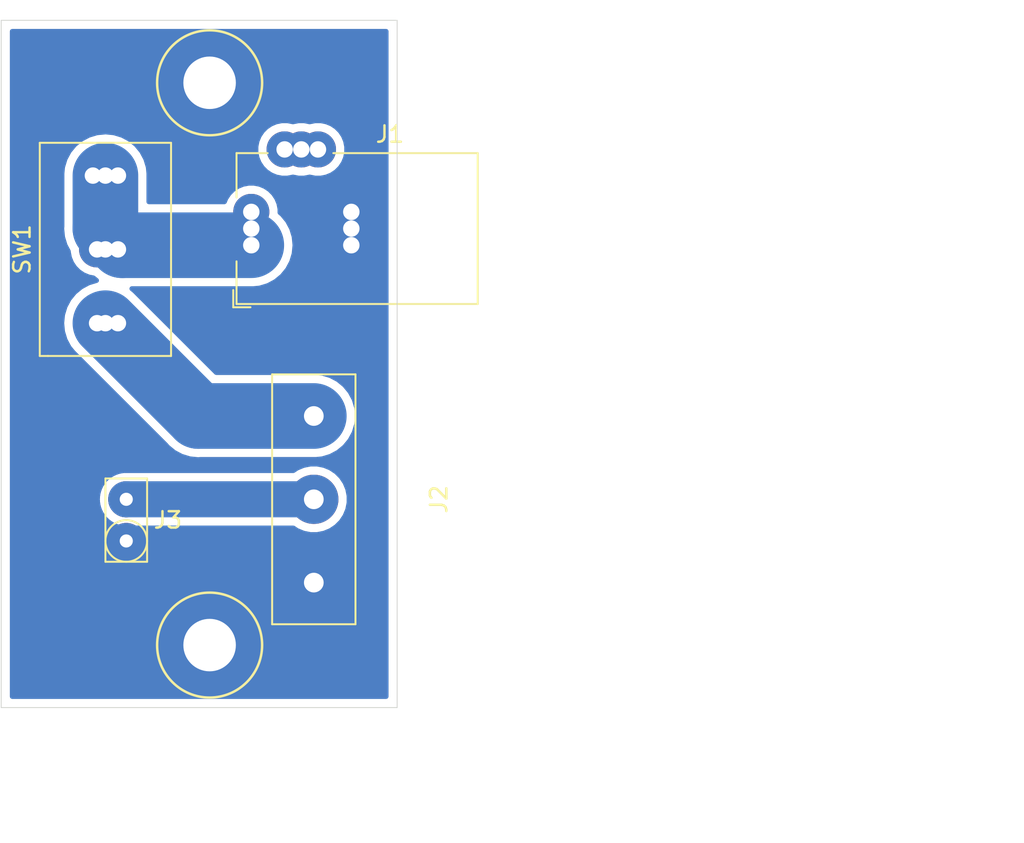
<source format=kicad_pcb>
(kicad_pcb (version 20171130) (host pcbnew "(5.1.6)-1")

  (general
    (thickness 1.6)
    (drawings 8)
    (tracks 6)
    (zones 0)
    (modules 6)
    (nets 6)
  )

  (page A4)
  (layers
    (0 F.Cu signal)
    (31 B.Cu signal)
    (32 B.Adhes user)
    (33 F.Adhes user)
    (34 B.Paste user)
    (35 F.Paste user)
    (36 B.SilkS user)
    (37 F.SilkS user)
    (38 B.Mask user)
    (39 F.Mask user)
    (40 Dwgs.User user)
    (41 Cmts.User user)
    (42 Eco1.User user)
    (43 Eco2.User user)
    (44 Edge.Cuts user)
    (45 Margin user)
    (46 B.CrtYd user)
    (47 F.CrtYd user)
    (48 B.Fab user)
    (49 F.Fab user)
  )

  (setup
    (last_trace_width 0.25)
    (user_trace_width 2.2)
    (user_trace_width 4)
    (trace_clearance 0.2)
    (zone_clearance 0.5)
    (zone_45_only no)
    (trace_min 0.2)
    (via_size 0.8)
    (via_drill 0.4)
    (via_min_size 0.4)
    (via_min_drill 0.3)
    (user_via 3.4 3.2)
    (uvia_size 0.3)
    (uvia_drill 0.1)
    (uvias_allowed no)
    (uvia_min_size 0.2)
    (uvia_min_drill 0.1)
    (edge_width 0.05)
    (segment_width 0.2)
    (pcb_text_width 0.3)
    (pcb_text_size 1.5 1.5)
    (mod_edge_width 0.12)
    (mod_text_size 1 1)
    (mod_text_width 0.15)
    (pad_size 1.524 1.524)
    (pad_drill 0.762)
    (pad_to_mask_clearance 0.05)
    (aux_axis_origin 0 0)
    (visible_elements 7FFFFFFF)
    (pcbplotparams
      (layerselection 0x01000_fffffffe)
      (usegerberextensions false)
      (usegerberattributes true)
      (usegerberadvancedattributes true)
      (creategerberjobfile false)
      (excludeedgelayer true)
      (linewidth 0.100000)
      (plotframeref false)
      (viasonmask false)
      (mode 1)
      (useauxorigin false)
      (hpglpennumber 1)
      (hpglpenspeed 20)
      (hpglpendiameter 15.000000)
      (psnegative false)
      (psa4output false)
      (plotreference true)
      (plotvalue true)
      (plotinvisibletext false)
      (padsonsilk false)
      (subtractmaskfromsilk false)
      (outputformat 1)
      (mirror false)
      (drillshape 0)
      (scaleselection 1)
      (outputdirectory "plot/"))
  )

  (net 0 "")
  (net 1 "Net-(J1-Pad2)")
  (net 2 "Net-(J1-Pad1)")
  (net 3 "Net-(J1-Pad3)")
  (net 4 "Net-(J2-Pad1)")
  (net 5 "Net-(J2-Pad2)")

  (net_class Default "This is the default net class."
    (clearance 0.2)
    (trace_width 0.25)
    (via_dia 0.8)
    (via_drill 0.4)
    (uvia_dia 0.3)
    (uvia_drill 0.1)
    (add_net "Net-(J1-Pad1)")
    (add_net "Net-(J1-Pad2)")
    (add_net "Net-(J1-Pad3)")
    (add_net "Net-(J2-Pad1)")
    (add_net "Net-(J2-Pad2)")
  )

  (module 0_my_footprints:myMountingHole_3.2mm_M3 (layer F.Cu) (tedit 644966D2) (tstamp 64C3F77D)
    (at 12.7 -3.81)
    (descr "Mounting Hole 3.2mm, no annular, M3")
    (tags "mounting hole 3.2mm no annular m3")
    (attr virtual)
    (fp_text reference REF** (at 0 -4.2) (layer B.Fab)
      (effects (font (size 1 1) (thickness 0.15)))
    )
    (fp_text value myMountingHole_3.2mm_M3 (at 0 4.2) (layer B.Fab)
      (effects (font (size 1 1) (thickness 0.15)))
    )
    (fp_circle (center 0 0) (end 3.2 0) (layer F.SilkS) (width 0.15))
    (pad "" np_thru_hole circle (at 0 0) (size 3.2 3.2) (drill 3.2) (layers *.Cu *.Mask))
  )

  (module 0_my_footprints:myMountingHole_3.2mm_M3 (layer F.Cu) (tedit 644966D2) (tstamp 64C3F763)
    (at 12.7 -38.1)
    (descr "Mounting Hole 3.2mm, no annular, M3")
    (tags "mounting hole 3.2mm no annular m3")
    (attr virtual)
    (fp_text reference REF** (at 0 -4.2) (layer B.Fab)
      (effects (font (size 1 1) (thickness 0.15)))
    )
    (fp_text value myMountingHole_3.2mm_M3 (at 0 4.2) (layer B.Fab)
      (effects (font (size 1 1) (thickness 0.15)))
    )
    (fp_circle (center 0 0) (end 3.2 0) (layer F.SilkS) (width 0.15))
    (pad "" np_thru_hole circle (at 0 0) (size 3.2 3.2) (drill 3.2) (layers *.Cu *.Mask))
  )

  (module 0_my_footprints:Phoenix5.08x3 (layer F.Cu) (tedit 64C390BF) (tstamp 64C3F3EE)
    (at 19.05 -12.7 270)
    (path /62C35E75)
    (fp_text reference J2 (at 0 -7.62 90) (layer F.SilkS)
      (effects (font (size 1 1) (thickness 0.15)))
    )
    (fp_text value Conn_01x03 (at 0 -5.08 90) (layer F.Fab)
      (effects (font (size 1 1) (thickness 0.15)))
    )
    (fp_line (start 7.62 2.54) (end -7.62 2.54) (layer F.SilkS) (width 0.12))
    (fp_line (start 7.62 -2.54) (end 7.62 2.54) (layer F.SilkS) (width 0.12))
    (fp_line (start -7.62 -2.54) (end 7.62 -2.54) (layer F.SilkS) (width 0.12))
    (fp_line (start -7.62 -2.54) (end -7.62 2.54) (layer F.SilkS) (width 0.12))
    (fp_line (start -7.62 2.54) (end -7.62 -8.89) (layer F.Fab) (width 0.12))
    (fp_line (start -7.62 -8.89) (end 7.62 -8.89) (layer F.Fab) (width 0.12))
    (fp_line (start 7.62 -8.89) (end 7.62 2.54) (layer F.Fab) (width 0.12))
    (fp_line (start 7.62 2.54) (end -7.62 2.54) (layer F.Fab) (width 0.12))
    (pad 3 thru_hole circle (at 5.08 0 270) (size 3 3) (drill 1.2) (layers *.Cu *.Mask)
      (net 1 "Net-(J1-Pad2)"))
    (pad 2 thru_hole circle (at 0 0 270) (size 3 3) (drill 1.2) (layers *.Cu *.Mask)
      (net 5 "Net-(J2-Pad2)"))
    (pad 1 thru_hole circle (at -5.08 0 270) (size 3 3) (drill 1.2) (layers *.Cu *.Mask)
      (net 4 "Net-(J2-Pad1)"))
    (model ${KISYS3DMOD}/Connector_Phoenix_MSTB.3dshapes/PhoenixContact_MSTBA_2,5_3-G-5,08_1x03_P5.08mm_Horizontal.wrl
      (offset (xyz 5.08 0 0))
      (scale (xyz 1 1 1))
      (rotate (xyz 0 0 180))
    )
  )

  (module 0_my_footprints:myBarrelJack (layer F.Cu) (tedit 64C38D3B) (tstamp 64C38EF4)
    (at 15.24 -29.21 180)
    (descr "DC Barrel Jack")
    (tags "Power Jack")
    (path /62C34180)
    (fp_text reference J1 (at -8.45 5.75) (layer F.SilkS)
      (effects (font (size 1 1) (thickness 0.15)))
    )
    (fp_text value Barrel_Jack_Switch (at -6.2 -5.5) (layer F.Fab)
      (effects (font (size 1 1) (thickness 0.15)))
    )
    (fp_text user %R (at -3 -2.95) (layer F.Fab)
      (effects (font (size 1 1) (thickness 0.15)))
    )
    (fp_line (start -0.003213 -4.505425) (end 0.8 -3.75) (layer F.Fab) (width 0.1))
    (fp_line (start 1.1 -3.75) (end 1.1 -4.8) (layer F.SilkS) (width 0.12))
    (fp_line (start 0.05 -4.8) (end 1.1 -4.8) (layer F.SilkS) (width 0.12))
    (fp_line (start 1 -4.5) (end 1 -4.75) (layer F.CrtYd) (width 0.05))
    (fp_line (start 1 -4.75) (end -14 -4.75) (layer F.CrtYd) (width 0.05))
    (fp_line (start 1 -4.5) (end 1 -2) (layer F.CrtYd) (width 0.05))
    (fp_line (start 1 -2) (end 2 -2) (layer F.CrtYd) (width 0.05))
    (fp_line (start 2 -2) (end 2 2) (layer F.CrtYd) (width 0.05))
    (fp_line (start 2 2) (end 1 2) (layer F.CrtYd) (width 0.05))
    (fp_line (start 1 2) (end 1 4.75) (layer F.CrtYd) (width 0.05))
    (fp_line (start 1 4.75) (end -1 4.75) (layer F.CrtYd) (width 0.05))
    (fp_line (start -1 4.75) (end -1 6.75) (layer F.CrtYd) (width 0.05))
    (fp_line (start -1 6.75) (end -5 6.75) (layer F.CrtYd) (width 0.05))
    (fp_line (start -5 6.75) (end -5 4.75) (layer F.CrtYd) (width 0.05))
    (fp_line (start -5 4.75) (end -14 4.75) (layer F.CrtYd) (width 0.05))
    (fp_line (start -14 4.75) (end -14 -4.75) (layer F.CrtYd) (width 0.05))
    (fp_line (start -5 4.6) (end -13.8 4.6) (layer F.SilkS) (width 0.12))
    (fp_line (start -13.8 4.6) (end -13.8 -4.6) (layer F.SilkS) (width 0.12))
    (fp_line (start 0.9 1.9) (end 0.9 4.6) (layer F.SilkS) (width 0.12))
    (fp_line (start 0.9 4.6) (end -1 4.6) (layer F.SilkS) (width 0.12))
    (fp_line (start -13.8 -4.6) (end 0.9 -4.6) (layer F.SilkS) (width 0.12))
    (fp_line (start 0.9 -4.6) (end 0.9 -2) (layer F.SilkS) (width 0.12))
    (fp_line (start -10.2 -4.5) (end -10.2 4.5) (layer F.Fab) (width 0.1))
    (fp_line (start -13.7 -4.5) (end -13.7 4.5) (layer F.Fab) (width 0.1))
    (fp_line (start -13.7 4.5) (end 0.8 4.5) (layer F.Fab) (width 0.1))
    (fp_line (start 0.8 4.5) (end 0.8 -3.75) (layer F.Fab) (width 0.1))
    (fp_line (start 0 -4.5) (end -13.7 -4.5) (layer F.Fab) (width 0.1))
    (pad 3 thru_hole circle (at -2.032 4.826 180) (size 2.2 2.2) (drill 1) (layers *.Cu *.Mask)
      (net 3 "Net-(J1-Pad3)"))
    (pad 3 thru_hole circle (at -3.048 4.826 180) (size 2.2 2.2) (drill 1) (layers *.Cu *.Mask)
      (net 3 "Net-(J1-Pad3)"))
    (pad 3 thru_hole circle (at -4.064 4.826 180) (size 2.2 2.2) (drill 1) (layers *.Cu *.Mask)
      (net 3 "Net-(J1-Pad3)"))
    (pad 1 thru_hole circle (at 0 1.016 180) (size 2.2 2.2) (drill 1) (layers *.Cu *.Mask)
      (net 2 "Net-(J1-Pad1)"))
    (pad 1 thru_hole circle (at 0 0 180) (size 2.2 2.2) (drill 1) (layers *.Cu *.Mask)
      (net 2 "Net-(J1-Pad1)"))
    (pad 1 thru_hole circle (at 0 -1.016 180) (size 2.2 2.2) (drill 1) (layers *.Cu *.Mask)
      (net 2 "Net-(J1-Pad1)"))
    (pad 2 thru_hole circle (at -6.096 1.016 180) (size 2.2 2.2) (drill 1) (layers *.Cu *.Mask)
      (net 1 "Net-(J1-Pad2)"))
    (pad 2 thru_hole circle (at -6.096 0 180) (size 2.2 2.2) (drill 1) (layers *.Cu *.Mask)
      (net 1 "Net-(J1-Pad2)"))
    (pad 2 thru_hole circle (at -6.096 -1.016 180) (size 2.2 2.2) (drill 1) (layers *.Cu *.Mask)
      (net 1 "Net-(J1-Pad2)"))
    (model C:/src/kiCad/libraries/my_3d_files/DC_PowerJack.step
      (offset (xyz -7 0 0))
      (scale (xyz 1 1 1))
      (rotate (xyz -90 0 90))
    )
  )

  (module cnc3018-PCB:my2pin (layer F.Cu) (tedit 612D2549) (tstamp 62C39FA4)
    (at 7.62 -10.16 90)
    (path /62C3578C)
    (fp_text reference J3 (at 1.27 2.54) (layer F.SilkS)
      (effects (font (size 1 1) (thickness 0.15)))
    )
    (fp_text value Conn_01x02 (at 1.27 -2.54 90) (layer F.Fab)
      (effects (font (size 1 1) (thickness 0.15)))
    )
    (fp_line (start 3.81 -1.27) (end 1.27 -1.27) (layer F.SilkS) (width 0.12))
    (fp_line (start 3.81 1.27) (end 3.81 -1.27) (layer F.SilkS) (width 0.12))
    (fp_line (start -1.27 1.27) (end 3.81 1.27) (layer F.SilkS) (width 0.12))
    (fp_circle (center 0 0) (end 0 -1.27) (layer F.SilkS) (width 0.12))
    (fp_line (start -1.27 -1.27) (end 1.27 -1.27) (layer F.SilkS) (width 0.12))
    (fp_line (start -1.27 -1.27) (end -1.27 1.27) (layer F.SilkS) (width 0.12))
    (pad 1 thru_hole circle (at 0 0 90) (size 2.2 2.2) (drill 0.8) (layers *.Cu *.Mask)
      (net 1 "Net-(J1-Pad2)"))
    (pad 2 thru_hole circle (at 2.54 0 90) (size 2.2 2.2) (drill 0.8) (layers *.Cu *.Mask)
      (net 5 "Net-(J2-Pad2)"))
  )

  (module 0_my_footprints:mySwitchToggleSPDT (layer F.Cu) (tedit 63C1ADD1) (tstamp 64C38F1C)
    (at 6.35 -27.94 270)
    (path /62C34D85)
    (fp_text reference SW1 (at 0 5.08 90) (layer F.SilkS)
      (effects (font (size 1 1) (thickness 0.15)))
    )
    (fp_text value SW_SPDT (at 0 -5.08 90) (layer F.Fab)
      (effects (font (size 1 1) (thickness 0.15)))
    )
    (fp_line (start 0 -4) (end 6.5 -4) (layer F.SilkS) (width 0.12))
    (fp_line (start 6.5 -4) (end 6.5 3.5) (layer F.SilkS) (width 0.12))
    (fp_line (start 6.5 3.5) (end 6.5 4) (layer F.SilkS) (width 0.12))
    (fp_line (start 6.5 4) (end -6.5 4) (layer F.SilkS) (width 0.12))
    (fp_line (start -6.5 4) (end -6.5 -4) (layer F.SilkS) (width 0.12))
    (fp_line (start -6.5 -4) (end 0 -4) (layer F.SilkS) (width 0.12))
    (pad 3 thru_hole circle (at 4.5 0.508 270) (size 2.2 2.2) (drill 1) (layers *.Cu *.Mask)
      (net 4 "Net-(J2-Pad1)"))
    (pad 3 thru_hole circle (at 4.5 -0.762 270) (size 2.2 2.2) (drill 1) (layers *.Cu *.Mask)
      (net 4 "Net-(J2-Pad1)"))
    (pad 2 thru_hole circle (at 0 0.508 270) (size 2.2 2.2) (drill 1) (layers *.Cu *.Mask)
      (net 2 "Net-(J1-Pad1)"))
    (pad 2 thru_hole circle (at 0 -0.762 270) (size 2.2 2.2) (drill 1) (layers *.Cu *.Mask)
      (net 2 "Net-(J1-Pad1)"))
    (pad 1 thru_hole circle (at -4.5 0.762 270) (size 2.2 2.2) (drill 1) (layers *.Cu *.Mask)
      (net 2 "Net-(J1-Pad1)"))
    (pad 1 thru_hole circle (at -4.5 -0.762 270) (size 2.2 2.2) (drill 1) (layers *.Cu *.Mask)
      (net 2 "Net-(J1-Pad1)"))
    (pad 1 thru_hole circle (at -4.5 0 270) (size 2.2 2.2) (drill 1) (layers *.Cu *.Mask)
      (net 2 "Net-(J1-Pad1)"))
    (pad 2 thru_hole circle (at 0 0 270) (size 2.2 2.2) (drill 1) (layers *.Cu *.Mask)
      (net 2 "Net-(J1-Pad1)"))
    (pad 3 thru_hole circle (at 4.5 0 270) (size 2.2 2.2) (drill 1) (layers *.Cu *.Mask)
      (net 4 "Net-(J2-Pad1)"))
    (model C:/src/kiCad/libraries/my_3d_files/switch_blue.step
      (offset (xyz 0 0 10.2))
      (scale (xyz 1 1 1))
      (rotate (xyz 0 0 90))
    )
  )

  (dimension 34.29 (width 0.15) (layer Dwgs.User)
    (gr_text "34.290 mm" (at 60.99 -20.955 90) (layer Dwgs.User)
      (effects (font (size 1 1) (thickness 0.15)))
    )
    (feature1 (pts (xy 12.7 -38.1) (xy 60.276421 -38.1)))
    (feature2 (pts (xy 12.7 -3.81) (xy 60.276421 -3.81)))
    (crossbar (pts (xy 59.69 -3.81) (xy 59.69 -38.1)))
    (arrow1a (pts (xy 59.69 -38.1) (xy 60.276421 -36.973496)))
    (arrow1b (pts (xy 59.69 -38.1) (xy 59.103579 -36.973496)))
    (arrow2a (pts (xy 59.69 -3.81) (xy 60.276421 -4.936504)))
    (arrow2b (pts (xy 59.69 -3.81) (xy 59.103579 -4.936504)))
  )
  (dimension 3.81 (width 0.15) (layer Dwgs.User)
    (gr_text "3.810 mm" (at 25.43 -1.905 270) (layer Dwgs.User)
      (effects (font (size 1 1) (thickness 0.15)))
    )
    (feature1 (pts (xy 12.7 0) (xy 24.716421 0)))
    (feature2 (pts (xy 12.7 -3.81) (xy 24.716421 -3.81)))
    (crossbar (pts (xy 24.13 -3.81) (xy 24.13 0)))
    (arrow1a (pts (xy 24.13 0) (xy 23.543579 -1.126504)))
    (arrow1b (pts (xy 24.13 0) (xy 24.716421 -1.126504)))
    (arrow2a (pts (xy 24.13 -3.81) (xy 23.543579 -2.683496)))
    (arrow2b (pts (xy 24.13 -3.81) (xy 24.716421 -2.683496)))
  )
  (dimension 12.7 (width 0.15) (layer Dwgs.User)
    (gr_text "12.700 mm" (at 6.35 8.92) (layer Dwgs.User)
      (effects (font (size 1 1) (thickness 0.15)))
    )
    (feature1 (pts (xy 0 -3.81) (xy 0 8.206421)))
    (feature2 (pts (xy 12.7 -3.81) (xy 12.7 8.206421)))
    (crossbar (pts (xy 12.7 7.62) (xy 0 7.62)))
    (arrow1a (pts (xy 0 7.62) (xy 1.126504 7.033579)))
    (arrow1b (pts (xy 0 7.62) (xy 1.126504 8.206421)))
    (arrow2a (pts (xy 12.7 7.62) (xy 11.573496 7.033579)))
    (arrow2b (pts (xy 12.7 7.62) (xy 11.573496 8.206421)))
  )
  (gr_line (start 24.13 -41.91) (end 0 -41.91) (layer Edge.Cuts) (width 0.05) (tstamp 62C3A758))
  (gr_line (start 24.13 0) (end 24.13 -41.91) (layer Edge.Cuts) (width 0.05))
  (gr_line (start 0 0) (end 24.13 0) (layer Edge.Cuts) (width 0.05))
  (gr_line (start 0 -41.91) (end 0 0) (layer Edge.Cuts) (width 0.05))
  (dimension 41.91 (width 0.15) (layer Dwgs.User) (tstamp 62C3A593)
    (gr_text "41.910 mm" (at 48.29 -20.955 270) (layer Dwgs.User) (tstamp 62C3A593)
      (effects (font (size 1 1) (thickness 0.15)))
    )
    (feature1 (pts (xy 24.13 0) (xy 47.576421 0)))
    (feature2 (pts (xy 24.13 -41.91) (xy 47.576421 -41.91)))
    (crossbar (pts (xy 46.99 -41.91) (xy 46.99 0)))
    (arrow1a (pts (xy 46.99 0) (xy 46.403579 -1.126504)))
    (arrow1b (pts (xy 46.99 0) (xy 47.576421 -1.126504)))
    (arrow2a (pts (xy 46.99 -41.91) (xy 46.403579 -40.783496)))
    (arrow2b (pts (xy 46.99 -41.91) (xy 47.576421 -40.783496)))
  )

  (segment (start 15.24 -28.194) (end 7.366 -28.194) (width 4) (layer B.Cu) (net 2))
  (segment (start 6.35 -29.21) (end 6.35 -32.44) (width 4) (layer B.Cu) (net 2))
  (segment (start 7.366 -28.194) (end 6.35 -29.21) (width 4) (layer B.Cu) (net 2))
  (segment (start 6.35 -23.44) (end 12.01 -17.78) (width 4) (layer B.Cu) (net 4))
  (segment (start 12.01 -17.78) (end 19.05 -17.78) (width 4) (layer B.Cu) (net 4))
  (segment (start 7.62 -12.7) (end 19.05 -12.7) (width 2.2) (layer B.Cu) (net 5))

  (zone (net 1) (net_name "Net-(J1-Pad2)") (layer B.Cu) (tstamp 62C3A58F) (hatch edge 0.508)
    (connect_pads yes (clearance 0.5))
    (min_thickness 0.3)
    (fill yes (arc_segments 32) (thermal_gap 0) (thermal_bridge_width 0.508))
    (polygon
      (pts
        (xy 24.13 0) (xy 0 0) (xy 0 -41.91) (xy 24.13 -41.91)
      )
    )
    (filled_polygon
      (pts
        (xy 23.455 -0.675) (xy 0.675 -0.675) (xy 0.675 -12.7) (xy 5.861533 -12.7) (xy 5.87 -12.614032)
        (xy 5.87 -12.52764) (xy 5.886854 -12.442909) (xy 5.895321 -12.35694) (xy 5.920397 -12.274276) (xy 5.937251 -12.189544)
        (xy 5.970313 -12.109727) (xy 5.995388 -12.027064) (xy 6.036109 -11.950881) (xy 6.06917 -11.871064) (xy 6.117168 -11.799231)
        (xy 6.157888 -11.723048) (xy 6.212688 -11.656274) (xy 6.260686 -11.58444) (xy 6.321776 -11.52335) (xy 6.376576 -11.456576)
        (xy 6.44335 -11.401776) (xy 6.50444 -11.340686) (xy 6.576274 -11.292688) (xy 6.643048 -11.237888) (xy 6.719231 -11.197168)
        (xy 6.791064 -11.14917) (xy 6.870881 -11.116109) (xy 6.947064 -11.075388) (xy 7.029727 -11.050313) (xy 7.109544 -11.017251)
        (xy 7.194276 -11.000397) (xy 7.27694 -10.975321) (xy 7.362909 -10.966854) (xy 7.44764 -10.95) (xy 17.799163 -10.95)
        (xy 18.031593 -10.794695) (xy 18.422868 -10.632623) (xy 18.838243 -10.55) (xy 19.261757 -10.55) (xy 19.677132 -10.632623)
        (xy 20.068407 -10.794695) (xy 20.420545 -11.029986) (xy 20.720014 -11.329455) (xy 20.955305 -11.681593) (xy 21.117377 -12.072868)
        (xy 21.2 -12.488243) (xy 21.2 -12.911757) (xy 21.117377 -13.327132) (xy 20.955305 -13.718407) (xy 20.720014 -14.070545)
        (xy 20.420545 -14.370014) (xy 20.068407 -14.605305) (xy 19.677132 -14.767377) (xy 19.261757 -14.85) (xy 18.838243 -14.85)
        (xy 18.422868 -14.767377) (xy 18.031593 -14.605305) (xy 17.799163 -14.45) (xy 7.44764 -14.45) (xy 7.362909 -14.433146)
        (xy 7.27694 -14.424679) (xy 7.194276 -14.399603) (xy 7.109544 -14.382749) (xy 7.029727 -14.349687) (xy 6.947064 -14.324612)
        (xy 6.870881 -14.283891) (xy 6.791064 -14.25083) (xy 6.719231 -14.202832) (xy 6.643048 -14.162112) (xy 6.576274 -14.107312)
        (xy 6.50444 -14.059314) (xy 6.44335 -13.998224) (xy 6.376576 -13.943424) (xy 6.321776 -13.87665) (xy 6.260686 -13.81556)
        (xy 6.212688 -13.743726) (xy 6.157888 -13.676952) (xy 6.117168 -13.600769) (xy 6.06917 -13.528936) (xy 6.036109 -13.449119)
        (xy 5.995388 -13.372936) (xy 5.970313 -13.290273) (xy 5.937251 -13.210456) (xy 5.920397 -13.125724) (xy 5.895321 -13.04306)
        (xy 5.886854 -12.957091) (xy 5.87 -12.87236) (xy 5.87 -12.785968) (xy 5.861533 -12.7) (xy 0.675 -12.7)
        (xy 0.675 -29.21) (xy 3.687179 -29.21) (xy 3.7 -29.079823) (xy 3.7 -29.079816) (xy 3.738343 -28.69051)
        (xy 3.889873 -28.190983) (xy 4.092 -27.81283) (xy 4.092 -27.76764) (xy 4.159251 -27.429544) (xy 4.29117 -27.111064)
        (xy 4.482686 -26.82444) (xy 4.72644 -26.580686) (xy 5.013064 -26.38917) (xy 5.331544 -26.257251) (xy 5.618193 -26.200233)
        (xy 5.807674 -26.04473) (xy 5.330983 -25.900127) (xy 4.870616 -25.654055) (xy 4.467101 -25.322899) (xy 4.135945 -24.919384)
        (xy 3.889873 -24.459017) (xy 3.738343 -23.95949) (xy 3.687179 -23.44) (xy 3.738343 -22.92051) (xy 3.889873 -22.420983)
        (xy 4.135945 -21.960616) (xy 4.384113 -21.658222) (xy 10.044116 -15.998218) (xy 10.127101 -15.897101) (xy 10.228218 -15.814116)
        (xy 10.228221 -15.814113) (xy 10.351887 -15.712623) (xy 10.530615 -15.565944) (xy 10.990982 -15.319873) (xy 11.490509 -15.168343)
        (xy 11.879815 -15.13) (xy 11.879823 -15.13) (xy 12.01 -15.117179) (xy 12.140177 -15.13) (xy 19.180185 -15.13)
        (xy 19.569491 -15.168343) (xy 20.069018 -15.319873) (xy 20.529385 -15.565944) (xy 20.932899 -15.897101) (xy 21.264056 -16.300615)
        (xy 21.510127 -16.760982) (xy 21.661657 -17.260509) (xy 21.712822 -17.78) (xy 21.661657 -18.299491) (xy 21.510127 -18.799018)
        (xy 21.264056 -19.259385) (xy 20.932899 -19.662899) (xy 20.529385 -19.994056) (xy 20.069018 -20.240127) (xy 19.569491 -20.391657)
        (xy 19.180185 -20.43) (xy 13.107666 -20.43) (xy 8.131778 -25.405887) (xy 7.963487 -25.544) (xy 15.370185 -25.544)
        (xy 15.759491 -25.582343) (xy 16.259018 -25.733873) (xy 16.719385 -25.979944) (xy 17.122899 -26.311101) (xy 17.454056 -26.714615)
        (xy 17.700127 -27.174982) (xy 17.851657 -27.674509) (xy 17.902822 -28.194) (xy 17.851657 -28.713491) (xy 17.700127 -29.213018)
        (xy 17.454056 -29.673385) (xy 17.122899 -30.076899) (xy 16.99 -30.185967) (xy 16.99 -30.39836) (xy 16.922749 -30.736456)
        (xy 16.79083 -31.054936) (xy 16.599314 -31.34156) (xy 16.35556 -31.585314) (xy 16.068936 -31.77683) (xy 15.750456 -31.908749)
        (xy 15.41236 -31.976) (xy 15.06764 -31.976) (xy 14.729544 -31.908749) (xy 14.411064 -31.77683) (xy 14.12444 -31.585314)
        (xy 13.880686 -31.34156) (xy 13.68917 -31.054936) (xy 13.601797 -30.844) (xy 9 -30.844) (xy 9 -32.570185)
        (xy 8.961657 -32.959491) (xy 8.810127 -33.459018) (xy 8.564056 -33.919385) (xy 8.3269 -34.20836) (xy 15.522 -34.20836)
        (xy 15.522 -33.86364) (xy 15.589251 -33.525544) (xy 15.72117 -33.207064) (xy 15.912686 -32.92044) (xy 16.15644 -32.676686)
        (xy 16.443064 -32.48517) (xy 16.761544 -32.353251) (xy 17.09964 -32.286) (xy 17.44436 -32.286) (xy 17.78 -32.352762)
        (xy 18.11564 -32.286) (xy 18.46036 -32.286) (xy 18.796 -32.352762) (xy 19.13164 -32.286) (xy 19.47636 -32.286)
        (xy 19.814456 -32.353251) (xy 20.132936 -32.48517) (xy 20.41956 -32.676686) (xy 20.663314 -32.92044) (xy 20.85483 -33.207064)
        (xy 20.986749 -33.525544) (xy 21.054 -33.86364) (xy 21.054 -34.20836) (xy 20.986749 -34.546456) (xy 20.85483 -34.864936)
        (xy 20.663314 -35.15156) (xy 20.41956 -35.395314) (xy 20.132936 -35.58683) (xy 19.814456 -35.718749) (xy 19.47636 -35.786)
        (xy 19.13164 -35.786) (xy 18.796 -35.719238) (xy 18.46036 -35.786) (xy 18.11564 -35.786) (xy 17.78 -35.719238)
        (xy 17.44436 -35.786) (xy 17.09964 -35.786) (xy 16.761544 -35.718749) (xy 16.443064 -35.58683) (xy 16.15644 -35.395314)
        (xy 15.912686 -35.15156) (xy 15.72117 -34.864936) (xy 15.589251 -34.546456) (xy 15.522 -34.20836) (xy 8.3269 -34.20836)
        (xy 8.232899 -34.322899) (xy 7.829385 -34.654056) (xy 7.369018 -34.900127) (xy 6.869491 -35.051657) (xy 6.35 -35.102822)
        (xy 5.83051 -35.051657) (xy 5.330983 -34.900127) (xy 4.870616 -34.654056) (xy 4.467102 -34.322899) (xy 4.135945 -33.919385)
        (xy 3.889874 -33.459018) (xy 3.738343 -32.959491) (xy 3.7 -32.570185) (xy 3.7 -29.340177) (xy 3.687179 -29.21)
        (xy 0.675 -29.21) (xy 0.675 -41.235) (xy 23.455001 -41.235)
      )
    )
  )
)

</source>
